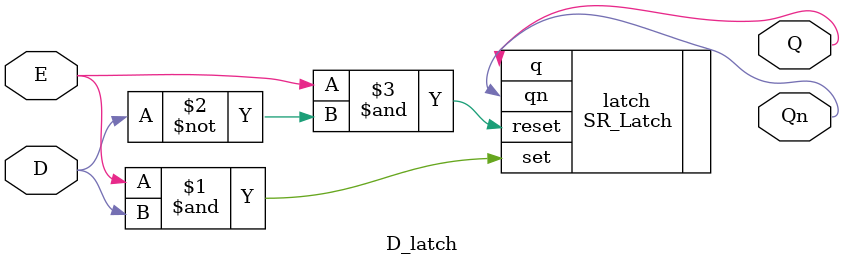
<source format=v>
`timescale 1ns / 1ps


module D_latch(

    input D,
    input E,
    output Q,
    output Qn

    );
    
    SR_Latch latch(

    .set(E & D),
    .reset(E & ~D),
    .q(Q),
    .qn(Qn)

    );
    
    
endmodule

</source>
